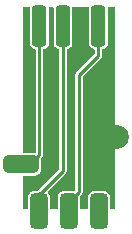
<source format=gbr>
G04 #@! TF.GenerationSoftware,KiCad,Pcbnew,(6.0.0-0)*
G04 #@! TF.CreationDate,2021-12-28T14:09:52-05:00*
G04 #@! TF.ProjectId,9DIN2VGA_Top,3944494e-3256-4474-915f-546f702e6b69,1*
G04 #@! TF.SameCoordinates,Original*
G04 #@! TF.FileFunction,Copper,L1,Top*
G04 #@! TF.FilePolarity,Positive*
%FSLAX46Y46*%
G04 Gerber Fmt 4.6, Leading zero omitted, Abs format (unit mm)*
G04 Created by KiCad (PCBNEW (6.0.0-0)) date 2021-12-28 14:09:52*
%MOMM*%
%LPD*%
G01*
G04 APERTURE LIST*
G04 Aperture macros list*
%AMRoundRect*
0 Rectangle with rounded corners*
0 $1 Rounding radius*
0 $2 $3 $4 $5 $6 $7 $8 $9 X,Y pos of 4 corners*
0 Add a 4 corners polygon primitive as box body*
4,1,4,$2,$3,$4,$5,$6,$7,$8,$9,$2,$3,0*
0 Add four circle primitives for the rounded corners*
1,1,$1+$1,$2,$3*
1,1,$1+$1,$4,$5*
1,1,$1+$1,$6,$7*
1,1,$1+$1,$8,$9*
0 Add four rect primitives between the rounded corners*
20,1,$1+$1,$2,$3,$4,$5,0*
20,1,$1+$1,$4,$5,$6,$7,0*
20,1,$1+$1,$6,$7,$8,$9,0*
20,1,$1+$1,$8,$9,$2,$3,0*%
G04 Aperture macros list end*
G04 #@! TA.AperFunction,SMDPad,CuDef*
%ADD10RoundRect,0.300000X-0.300000X-1.450000X0.300000X-1.450000X0.300000X1.450000X-0.300000X1.450000X0*%
G04 #@! TD*
G04 #@! TA.AperFunction,ComponentPad*
%ADD11C,0.700000*%
G04 #@! TD*
G04 #@! TA.AperFunction,ComponentPad*
%ADD12RoundRect,0.375000X-0.375000X-1.125000X0.375000X-1.125000X0.375000X1.125000X-0.375000X1.125000X0*%
G04 #@! TD*
G04 #@! TA.AperFunction,ComponentPad*
%ADD13RoundRect,0.375000X1.125000X-0.375000X1.125000X0.375000X-1.125000X0.375000X-1.125000X-0.375000X0*%
G04 #@! TD*
G04 #@! TA.AperFunction,ComponentPad*
%ADD14RoundRect,0.500000X-0.500000X-0.500000X0.500000X-0.500000X0.500000X0.500000X-0.500000X0.500000X0*%
G04 #@! TD*
G04 #@! TA.AperFunction,ComponentPad*
%ADD15C,2.000000*%
G04 #@! TD*
G04 #@! TA.AperFunction,ViaPad*
%ADD16C,0.700000*%
G04 #@! TD*
G04 #@! TA.AperFunction,Conductor*
%ADD17C,0.250000*%
G04 #@! TD*
G04 APERTURE END LIST*
D10*
X150730000Y-89690000D03*
X147730000Y-89690000D03*
X145720000Y-89690000D03*
D11*
X149260000Y-91990000D03*
D12*
X150770000Y-105310000D03*
X148210000Y-105310000D03*
X145680000Y-105310000D03*
D13*
X144160000Y-101390000D03*
D14*
X151830000Y-99110000D03*
D15*
X152300000Y-99110000D03*
D16*
X150380000Y-93920000D03*
X146680000Y-101110000D03*
X144950000Y-93790000D03*
X151250000Y-101590000D03*
D17*
X150730000Y-89440000D02*
X150730000Y-92170000D01*
X150730000Y-92170000D02*
X149070000Y-93830000D01*
X149070000Y-93830000D02*
X149070000Y-103720000D01*
X149070000Y-103720000D02*
X148230000Y-104560000D01*
X145720000Y-89440000D02*
X145720000Y-100330000D01*
X145720000Y-100570000D02*
X144920000Y-101370000D01*
X145720000Y-100330000D02*
X145720000Y-100570000D01*
X147730000Y-89440000D02*
X147710000Y-89460000D01*
X147710000Y-101970000D02*
X145680000Y-104000000D01*
X147690000Y-101970000D02*
X145650000Y-104010000D01*
X147710000Y-101970000D02*
X147690000Y-101970000D01*
X147710000Y-89460000D02*
X147710000Y-101970000D01*
G04 #@! TA.AperFunction,Conductor*
G36*
X152121780Y-88068482D02*
G01*
X152148800Y-88115282D01*
X152150000Y-88129000D01*
X152150000Y-105081000D01*
X152131518Y-105131780D01*
X152084718Y-105158800D01*
X152071000Y-105160000D01*
X151789500Y-105160000D01*
X151738720Y-105141518D01*
X151711700Y-105094718D01*
X151710500Y-105081000D01*
X151710500Y-104147932D01*
X151695945Y-104037375D01*
X151693964Y-104032592D01*
X151640945Y-103904592D01*
X151640944Y-103904591D01*
X151638964Y-103899810D01*
X151548320Y-103781680D01*
X151483920Y-103732264D01*
X151434298Y-103694188D01*
X151434297Y-103694187D01*
X151430190Y-103691036D01*
X151425409Y-103689056D01*
X151425408Y-103689055D01*
X151297408Y-103636036D01*
X151297407Y-103636036D01*
X151292625Y-103634055D01*
X151272420Y-103631395D01*
X151184637Y-103619838D01*
X151184634Y-103619838D01*
X151182068Y-103619500D01*
X150357932Y-103619500D01*
X150355366Y-103619838D01*
X150355363Y-103619838D01*
X150267580Y-103631395D01*
X150247375Y-103634055D01*
X150242593Y-103636036D01*
X150242592Y-103636036D01*
X150114592Y-103689055D01*
X150114591Y-103689056D01*
X150109810Y-103691036D01*
X150105703Y-103694187D01*
X150105702Y-103694188D01*
X150056080Y-103732264D01*
X149991680Y-103781680D01*
X149901036Y-103899810D01*
X149899056Y-103904591D01*
X149899055Y-103904592D01*
X149846036Y-104032592D01*
X149844055Y-104037375D01*
X149829500Y-104147932D01*
X149829500Y-105081000D01*
X149811018Y-105131780D01*
X149764218Y-105158800D01*
X149750500Y-105160000D01*
X149229500Y-105160000D01*
X149178720Y-105141518D01*
X149151700Y-105094718D01*
X149150500Y-105081000D01*
X149150500Y-104147932D01*
X149148343Y-104131551D01*
X149160038Y-104078794D01*
X149170806Y-104065378D01*
X149280906Y-103955278D01*
X149285987Y-103950621D01*
X149310120Y-103930371D01*
X149315415Y-103925928D01*
X149334617Y-103892669D01*
X149338321Y-103886855D01*
X149356386Y-103861057D01*
X149356387Y-103861055D01*
X149360351Y-103855394D01*
X149362140Y-103848717D01*
X149365061Y-103842453D01*
X149365169Y-103842503D01*
X149365339Y-103842092D01*
X149365228Y-103842052D01*
X149367592Y-103835556D01*
X149371047Y-103829572D01*
X149377718Y-103791740D01*
X149379210Y-103785012D01*
X149387358Y-103754602D01*
X149387358Y-103754598D01*
X149389147Y-103747922D01*
X149385801Y-103709673D01*
X149385500Y-103702788D01*
X149385500Y-93993406D01*
X149403982Y-93942626D01*
X149408639Y-93937545D01*
X150940912Y-92405273D01*
X150945993Y-92400616D01*
X150970120Y-92380371D01*
X150975415Y-92375928D01*
X150994616Y-92342671D01*
X150998316Y-92336865D01*
X151016387Y-92311056D01*
X151016388Y-92311055D01*
X151020352Y-92305393D01*
X151022140Y-92298719D01*
X151025063Y-92292451D01*
X151025170Y-92292501D01*
X151025339Y-92292094D01*
X151025227Y-92292053D01*
X151027591Y-92285557D01*
X151031047Y-92279572D01*
X151037717Y-92241743D01*
X151039209Y-92235013D01*
X151047360Y-92204595D01*
X151047360Y-92204594D01*
X151049148Y-92197921D01*
X151045801Y-92159664D01*
X151045500Y-92152779D01*
X151045500Y-91704742D01*
X151063982Y-91653962D01*
X151115971Y-91626204D01*
X151120935Y-91625665D01*
X151131489Y-91624519D01*
X151131492Y-91624518D01*
X151136411Y-91623984D01*
X151141042Y-91622248D01*
X151141046Y-91622247D01*
X151227950Y-91589668D01*
X151267972Y-91574665D01*
X151380403Y-91490403D01*
X151464665Y-91377972D01*
X151513984Y-91246411D01*
X151520500Y-91186431D01*
X151520499Y-88193570D01*
X151514412Y-88137531D01*
X151527303Y-88085052D01*
X151570911Y-88053136D01*
X151592950Y-88050000D01*
X152071000Y-88050000D01*
X152121780Y-88068482D01*
G37*
G04 #@! TD.AperFunction*
G04 #@! TA.AperFunction,Conductor*
G36*
X149917830Y-88068482D02*
G01*
X149944850Y-88115282D01*
X149945588Y-88137530D01*
X149939500Y-88193569D01*
X149939501Y-91186430D01*
X149946016Y-91246411D01*
X149947752Y-91251042D01*
X149947753Y-91251046D01*
X149980332Y-91337950D01*
X149995335Y-91377972D01*
X150079597Y-91490403D01*
X150192028Y-91574665D01*
X150323589Y-91623984D01*
X150328509Y-91624518D01*
X150328511Y-91624519D01*
X150344033Y-91626205D01*
X150392520Y-91650064D01*
X150414500Y-91704743D01*
X150414500Y-92006593D01*
X150396018Y-92057373D01*
X150391361Y-92062454D01*
X148859094Y-93594722D01*
X148854013Y-93599379D01*
X148824585Y-93624072D01*
X148821130Y-93630057D01*
X148805382Y-93657333D01*
X148801679Y-93663145D01*
X148779649Y-93694607D01*
X148777860Y-93701283D01*
X148774939Y-93707547D01*
X148774831Y-93707497D01*
X148774661Y-93707907D01*
X148774772Y-93707948D01*
X148772408Y-93714444D01*
X148768953Y-93720428D01*
X148767753Y-93727233D01*
X148762282Y-93758261D01*
X148760793Y-93764976D01*
X148750852Y-93802078D01*
X148751454Y-93808961D01*
X148751454Y-93808963D01*
X148754199Y-93840335D01*
X148754500Y-93847220D01*
X148754500Y-103546853D01*
X148736018Y-103597633D01*
X148689218Y-103624653D01*
X148665190Y-103625177D01*
X148622068Y-103619500D01*
X147797932Y-103619500D01*
X147795366Y-103619838D01*
X147795363Y-103619838D01*
X147707580Y-103631395D01*
X147687375Y-103634055D01*
X147682593Y-103636036D01*
X147682592Y-103636036D01*
X147554592Y-103689055D01*
X147554591Y-103689056D01*
X147549810Y-103691036D01*
X147545703Y-103694187D01*
X147545702Y-103694188D01*
X147496080Y-103732264D01*
X147431680Y-103781680D01*
X147341036Y-103899810D01*
X147339056Y-103904591D01*
X147339055Y-103904592D01*
X147286036Y-104032592D01*
X147284055Y-104037375D01*
X147269500Y-104147932D01*
X147269500Y-105081000D01*
X147251018Y-105131780D01*
X147204218Y-105158800D01*
X147190500Y-105160000D01*
X146699500Y-105160000D01*
X146648720Y-105141518D01*
X146621700Y-105094718D01*
X146620500Y-105081000D01*
X146620500Y-104147932D01*
X146605945Y-104037375D01*
X146603964Y-104032592D01*
X146550945Y-103904592D01*
X146550944Y-103904591D01*
X146548964Y-103899810D01*
X146458320Y-103781680D01*
X146456360Y-103780176D01*
X146433958Y-103732135D01*
X146447944Y-103679937D01*
X146456796Y-103669389D01*
X147896368Y-102229817D01*
X147904725Y-102223404D01*
X147904648Y-102223313D01*
X147909941Y-102218872D01*
X147915928Y-102215415D01*
X147921053Y-102209308D01*
X147929504Y-102199237D01*
X147939238Y-102189503D01*
X147950122Y-102180370D01*
X147950123Y-102180368D01*
X147955415Y-102175928D01*
X147965974Y-102157641D01*
X147973869Y-102146366D01*
X147983001Y-102135483D01*
X147983004Y-102135478D01*
X147987446Y-102130184D01*
X147989810Y-102123688D01*
X147993265Y-102117704D01*
X147993369Y-102117764D01*
X147993574Y-102117369D01*
X147993467Y-102117319D01*
X147996389Y-102111053D01*
X148000352Y-102105393D01*
X148002140Y-102098720D01*
X148005063Y-102092451D01*
X148005170Y-102092501D01*
X148005339Y-102092095D01*
X148005226Y-102092054D01*
X148007590Y-102085559D01*
X148011047Y-102079572D01*
X148014713Y-102058778D01*
X148018278Y-102045474D01*
X148023136Y-102032127D01*
X148023136Y-102032125D01*
X148025500Y-102025631D01*
X148025500Y-102018720D01*
X148026700Y-102011914D01*
X148026817Y-102011935D01*
X148026875Y-102011492D01*
X148026757Y-102011482D01*
X148027360Y-102004596D01*
X148029148Y-101997921D01*
X148025801Y-101959664D01*
X148025500Y-101952779D01*
X148025500Y-91706915D01*
X148043982Y-91656135D01*
X148095969Y-91628377D01*
X148131490Y-91624519D01*
X148131494Y-91624518D01*
X148136411Y-91623984D01*
X148141042Y-91622248D01*
X148141046Y-91622247D01*
X148227950Y-91589668D01*
X148267972Y-91574665D01*
X148380403Y-91490403D01*
X148464665Y-91377972D01*
X148513984Y-91246411D01*
X148520500Y-91186431D01*
X148520499Y-88193570D01*
X148514412Y-88137531D01*
X148527303Y-88085052D01*
X148570911Y-88053136D01*
X148592950Y-88050000D01*
X149867050Y-88050000D01*
X149917830Y-88068482D01*
G37*
G04 #@! TD.AperFunction*
G04 #@! TA.AperFunction,Conductor*
G36*
X146917830Y-88068482D02*
G01*
X146944850Y-88115282D01*
X146945588Y-88137530D01*
X146939500Y-88193569D01*
X146939501Y-91186430D01*
X146946016Y-91246411D01*
X146947752Y-91251042D01*
X146947753Y-91251046D01*
X146980332Y-91337950D01*
X146995335Y-91377972D01*
X147079597Y-91490403D01*
X147192028Y-91574665D01*
X147323589Y-91623984D01*
X147328511Y-91624519D01*
X147333332Y-91625665D01*
X147332704Y-91628305D01*
X147372504Y-91647875D01*
X147394500Y-91702570D01*
X147394500Y-101786593D01*
X147376018Y-101837373D01*
X147371361Y-101842454D01*
X145617455Y-103596361D01*
X145568479Y-103619199D01*
X145561594Y-103619500D01*
X145267932Y-103619500D01*
X145265366Y-103619838D01*
X145265363Y-103619838D01*
X145177580Y-103631395D01*
X145157375Y-103634055D01*
X145152593Y-103636036D01*
X145152592Y-103636036D01*
X145024592Y-103689055D01*
X145024591Y-103689056D01*
X145019810Y-103691036D01*
X145015703Y-103694187D01*
X145015702Y-103694188D01*
X144966080Y-103732264D01*
X144901680Y-103781680D01*
X144811036Y-103899810D01*
X144809056Y-103904591D01*
X144809055Y-103904592D01*
X144756036Y-104032592D01*
X144754055Y-104037375D01*
X144739500Y-104147932D01*
X144739500Y-105081000D01*
X144721018Y-105131780D01*
X144674218Y-105158800D01*
X144660500Y-105160000D01*
X144379000Y-105160000D01*
X144328220Y-105141518D01*
X144301200Y-105094718D01*
X144300000Y-105081000D01*
X144300000Y-102409500D01*
X144318482Y-102358720D01*
X144365282Y-102331700D01*
X144379000Y-102330500D01*
X145322068Y-102330500D01*
X145324634Y-102330162D01*
X145324637Y-102330162D01*
X145427490Y-102316621D01*
X145432625Y-102315945D01*
X145437408Y-102313964D01*
X145565408Y-102260945D01*
X145565409Y-102260944D01*
X145570190Y-102258964D01*
X145616652Y-102223313D01*
X145684216Y-102171469D01*
X145688320Y-102168320D01*
X145747053Y-102091777D01*
X145775812Y-102054298D01*
X145775813Y-102054297D01*
X145778964Y-102050190D01*
X145794819Y-102011914D01*
X145833964Y-101917408D01*
X145833964Y-101917407D01*
X145835945Y-101912625D01*
X145845852Y-101837373D01*
X145850162Y-101804637D01*
X145850162Y-101804634D01*
X145850500Y-101802068D01*
X145850500Y-100977932D01*
X145844853Y-100935041D01*
X145856549Y-100882284D01*
X145867316Y-100868868D01*
X145930918Y-100805267D01*
X145935999Y-100800612D01*
X145960117Y-100780375D01*
X145960121Y-100780370D01*
X145965415Y-100775928D01*
X145984616Y-100742671D01*
X145988316Y-100736865D01*
X146006387Y-100711056D01*
X146006388Y-100711055D01*
X146010352Y-100705393D01*
X146012140Y-100698719D01*
X146015063Y-100692451D01*
X146015170Y-100692501D01*
X146015339Y-100692094D01*
X146015227Y-100692053D01*
X146017591Y-100685557D01*
X146021047Y-100679572D01*
X146027717Y-100641743D01*
X146029209Y-100635013D01*
X146037360Y-100604595D01*
X146037360Y-100604594D01*
X146039148Y-100597921D01*
X146035801Y-100559664D01*
X146035500Y-100552779D01*
X146035500Y-91704742D01*
X146053982Y-91653962D01*
X146105971Y-91626204D01*
X146110935Y-91625665D01*
X146121489Y-91624519D01*
X146121492Y-91624518D01*
X146126411Y-91623984D01*
X146131042Y-91622248D01*
X146131046Y-91622247D01*
X146217950Y-91589668D01*
X146257972Y-91574665D01*
X146370403Y-91490403D01*
X146454665Y-91377972D01*
X146503984Y-91246411D01*
X146510500Y-91186431D01*
X146510499Y-88193570D01*
X146504412Y-88137531D01*
X146517303Y-88085052D01*
X146560911Y-88053136D01*
X146582950Y-88050000D01*
X146867050Y-88050000D01*
X146917830Y-88068482D01*
G37*
G04 #@! TD.AperFunction*
G04 #@! TA.AperFunction,Conductor*
G36*
X144907830Y-88068482D02*
G01*
X144934850Y-88115282D01*
X144935588Y-88137530D01*
X144929500Y-88193569D01*
X144929501Y-91186430D01*
X144936016Y-91246411D01*
X144937752Y-91251042D01*
X144937753Y-91251046D01*
X144970332Y-91337950D01*
X144985335Y-91377972D01*
X145069597Y-91490403D01*
X145182028Y-91574665D01*
X145313589Y-91623984D01*
X145318509Y-91624518D01*
X145318511Y-91624519D01*
X145334033Y-91626205D01*
X145382520Y-91650064D01*
X145404500Y-91704743D01*
X145404500Y-100370725D01*
X145386018Y-100421505D01*
X145339218Y-100448525D01*
X145322068Y-100449461D01*
X145322068Y-100449500D01*
X144379000Y-100449500D01*
X144328220Y-100431018D01*
X144301200Y-100384218D01*
X144300000Y-100370500D01*
X144300000Y-88129000D01*
X144318482Y-88078220D01*
X144365282Y-88051200D01*
X144379000Y-88050000D01*
X144857050Y-88050000D01*
X144907830Y-88068482D01*
G37*
G04 #@! TD.AperFunction*
M02*

</source>
